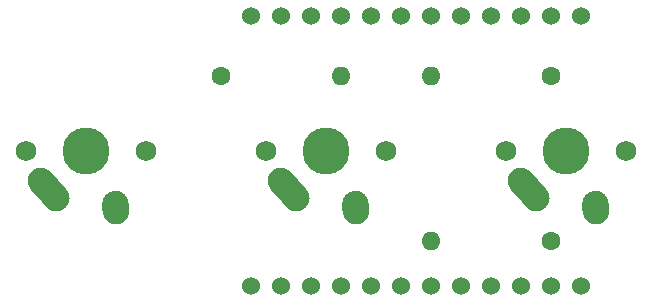
<source format=gbr>
G04 #@! TF.GenerationSoftware,KiCad,Pcbnew,(5.1.9)-1*
G04 #@! TF.CreationDate,2021-01-29T19:09:00+08:00*
G04 #@! TF.ProjectId,board,626f6172-642e-46b6-9963-61645f706362,rev?*
G04 #@! TF.SameCoordinates,Original*
G04 #@! TF.FileFunction,Soldermask,Top*
G04 #@! TF.FilePolarity,Negative*
%FSLAX46Y46*%
G04 Gerber Fmt 4.6, Leading zero omitted, Abs format (unit mm)*
G04 Created by KiCad (PCBNEW (5.1.9)-1) date 2021-01-29 19:09:00*
%MOMM*%
%LPD*%
G01*
G04 APERTURE LIST*
%ADD10C,1.524000*%
%ADD11C,2.250000*%
%ADD12C,3.987800*%
%ADD13C,1.750000*%
%ADD14O,1.600000X1.600000*%
%ADD15C,1.600000*%
G04 APERTURE END LIST*
D10*
X139700000Y-119380000D03*
X142240000Y-119380000D03*
X144780000Y-119380000D03*
X147320000Y-119380000D03*
X149860000Y-119380000D03*
X152400000Y-119380000D03*
X154940000Y-119380000D03*
X157480000Y-119380000D03*
X160020000Y-119380000D03*
X162560000Y-119380000D03*
X165100000Y-119380000D03*
X167640000Y-119380000D03*
X139700000Y-96520000D03*
X142240000Y-96520000D03*
X144780000Y-96520000D03*
X147320000Y-96520000D03*
X149860000Y-96520000D03*
X152400000Y-96520000D03*
X154940000Y-96520000D03*
X157480000Y-96520000D03*
X160020000Y-96520000D03*
X162560000Y-96520000D03*
X165100000Y-96520000D03*
X167640000Y-96520000D03*
G36*
G01*
X128151524Y-111327740D02*
X128151524Y-111327740D01*
G75*
G02*
X129352260Y-112371524I78476J-1122260D01*
G01*
X129392814Y-112951486D01*
G75*
G02*
X128349030Y-114152222I-1122260J-78476D01*
G01*
X128349030Y-114152222D01*
G75*
G02*
X127148294Y-113108438I-78476J1122260D01*
G01*
X127107740Y-112528476D01*
G75*
G02*
X128151524Y-111327740I1122260J78476D01*
G01*
G37*
D11*
X128270000Y-113030000D03*
G36*
G01*
X121167228Y-109653962D02*
X121167228Y-109653962D01*
G75*
G02*
X122756038Y-109737228I752772J-836038D01*
G01*
X124068576Y-111194948D01*
G75*
G02*
X123985310Y-112783758I-836038J-752772D01*
G01*
X123985310Y-112783758D01*
G75*
G02*
X122396500Y-112700492I-752772J836038D01*
G01*
X121083962Y-111242772D01*
G75*
G02*
X121167228Y-109653962I836038J752772D01*
G01*
G37*
D12*
X125730000Y-107950000D03*
D11*
X123230000Y-111950000D03*
D13*
X120650000Y-107950000D03*
X130810000Y-107950000D03*
G36*
G01*
X168791524Y-111327740D02*
X168791524Y-111327740D01*
G75*
G02*
X169992260Y-112371524I78476J-1122260D01*
G01*
X170032814Y-112951486D01*
G75*
G02*
X168989030Y-114152222I-1122260J-78476D01*
G01*
X168989030Y-114152222D01*
G75*
G02*
X167788294Y-113108438I-78476J1122260D01*
G01*
X167747740Y-112528476D01*
G75*
G02*
X168791524Y-111327740I1122260J78476D01*
G01*
G37*
D11*
X168910000Y-113030000D03*
G36*
G01*
X161807228Y-109653962D02*
X161807228Y-109653962D01*
G75*
G02*
X163396038Y-109737228I752772J-836038D01*
G01*
X164708576Y-111194948D01*
G75*
G02*
X164625310Y-112783758I-836038J-752772D01*
G01*
X164625310Y-112783758D01*
G75*
G02*
X163036500Y-112700492I-752772J836038D01*
G01*
X161723962Y-111242772D01*
G75*
G02*
X161807228Y-109653962I836038J752772D01*
G01*
G37*
D12*
X166370000Y-107950000D03*
D11*
X163870000Y-111950000D03*
D13*
X161290000Y-107950000D03*
X171450000Y-107950000D03*
X151130000Y-107950000D03*
X140970000Y-107950000D03*
D11*
X143550000Y-111950000D03*
D12*
X146050000Y-107950000D03*
G36*
G01*
X141487228Y-109653962D02*
X141487228Y-109653962D01*
G75*
G02*
X143076038Y-109737228I752772J-836038D01*
G01*
X144388576Y-111194948D01*
G75*
G02*
X144305310Y-112783758I-836038J-752772D01*
G01*
X144305310Y-112783758D01*
G75*
G02*
X142716500Y-112700492I-752772J836038D01*
G01*
X141403962Y-111242772D01*
G75*
G02*
X141487228Y-109653962I836038J752772D01*
G01*
G37*
D11*
X148590000Y-113030000D03*
G36*
G01*
X148471524Y-111327740D02*
X148471524Y-111327740D01*
G75*
G02*
X149672260Y-112371524I78476J-1122260D01*
G01*
X149712814Y-112951486D01*
G75*
G02*
X148669030Y-114152222I-1122260J-78476D01*
G01*
X148669030Y-114152222D01*
G75*
G02*
X147468294Y-113108438I-78476J1122260D01*
G01*
X147427740Y-112528476D01*
G75*
G02*
X148471524Y-111327740I1122260J78476D01*
G01*
G37*
D14*
X147320000Y-101600000D03*
D15*
X137160000Y-101600000D03*
X165100000Y-115570000D03*
D14*
X154940000Y-115570000D03*
X154940000Y-101600000D03*
D15*
X165100000Y-101600000D03*
M02*

</source>
